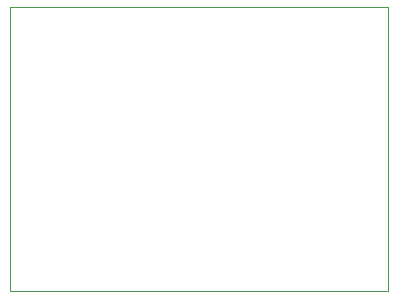
<source format=gbr>
%TF.GenerationSoftware,KiCad,Pcbnew,9.0.2+1*%
%TF.CreationDate,2025-07-02T18:27:54+02:00*%
%TF.ProjectId,xiaoC3_board_adapter,7869616f-4333-45f6-926f-6172645f6164,0*%
%TF.SameCoordinates,PX3ef1480PY3567e00*%
%TF.FileFunction,Profile,NP*%
%FSLAX46Y46*%
G04 Gerber Fmt 4.6, Leading zero omitted, Abs format (unit mm)*
G04 Created by KiCad (PCBNEW 9.0.2+1) date 2025-07-02 18:27:54*
%MOMM*%
%LPD*%
G01*
G04 APERTURE LIST*
%TA.AperFunction,Profile*%
%ADD10C,0.050000*%
%TD*%
G04 APERTURE END LIST*
D10*
X0Y24000000D02*
X32000000Y24000000D01*
X32000000Y0D01*
X0Y0D01*
X0Y24000000D01*
M02*

</source>
